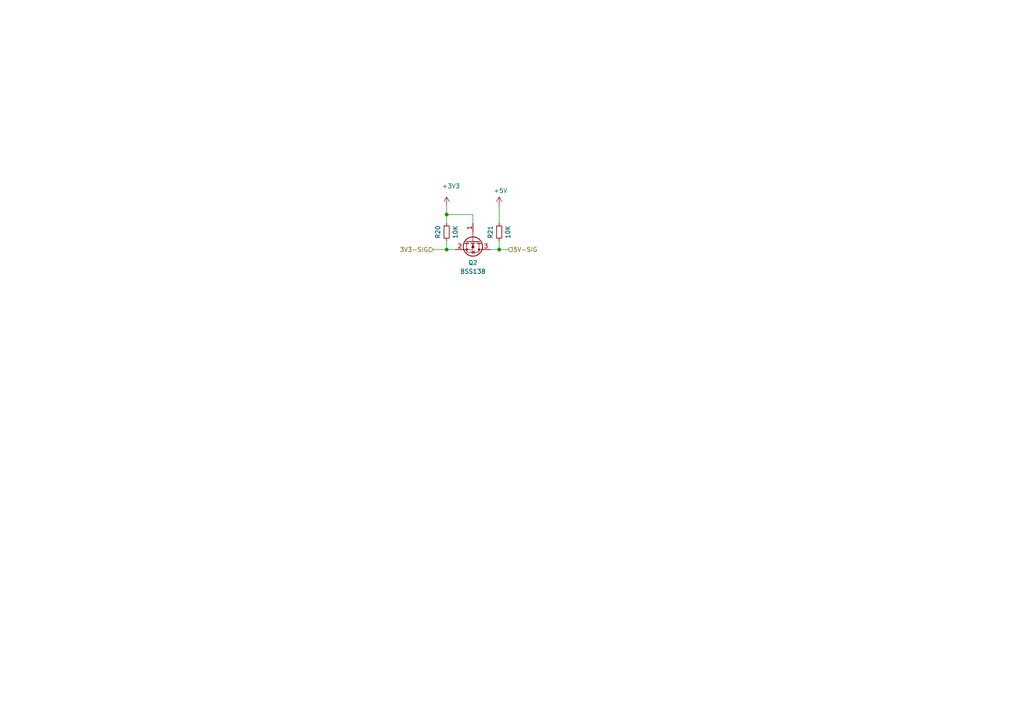
<source format=kicad_sch>
(kicad_sch (version 20231120) (generator "eeschema") (generator_version "8.0")
  (paper "A4")
  (lib_symbols
    (symbol "Device:R_Small" (pin_numbers hide) (pin_names (offset 0.254) hide)
      (property "Reference" "R" (at 0.762 0.508 0))
      (property "Value" "R_Small" (at 0.762 -1.016 0))
      (symbol "R_Small_0_1"
        (rectangle (start -0.762 1.778) (end 0.762 -1.778) (stroke (width 0.2032)))
      )
      (symbol "R_Small_1_1"
        (pin passive line (at 0 2.54 270) (length 0.762) (name "~") (number "1"))
        (pin passive line (at 0 -2.54 90) (length 0.762) (name "~") (number "2"))
      )
    )
    (symbol "Transistor_FET:BSS138" (pin_names hide)
      (property "Reference" "Q" (at 5.08 1.905 0))
      (property "Value" "BSS138" (at 5.08 0 0))
      (symbol "BSS138_0_1"
        (polyline (pts (xy 0.254 0) (xy -2.54 0)))
        (polyline (pts (xy 0.254 1.905) (xy 0.254 -1.905)) (stroke (width 0.254)))
        (polyline (pts (xy 0.762 -1.27) (xy 0.762 -2.286)) (stroke (width 0.254)))
        (polyline (pts (xy 0.762 0.508) (xy 0.762 -0.508)) (stroke (width 0.254)))
        (polyline (pts (xy 0.762 2.286) (xy 0.762 1.27)) (stroke (width 0.254)))
        (polyline (pts (xy 2.54 2.54) (xy 2.54 1.778)))
        (polyline (pts (xy 2.54 -2.54) (xy 2.54 0) (xy 0.762 0)))
        (polyline (pts (xy 0.762 -1.778) (xy 3.302 -1.778) (xy 3.302 1.778) (xy 0.762 1.778)))
        (polyline (pts (xy 1.016 0) (xy 2.032 0.381) (xy 2.032 -0.381) (xy 1.016 0)) (fill (type outline)))
        (polyline (pts (xy 2.794 0.508) (xy 2.921 0.381) (xy 3.683 0.381) (xy 3.81 0.254)))
        (polyline (pts (xy 3.302 0.381) (xy 2.921 -0.254) (xy 3.683 -0.254) (xy 3.302 0.381)))
        (circle (center 1.651 0) (radius 2.794) (stroke (width 0.254)))
        (circle (center 2.54 -1.778) (radius 0.254) (fill (type outline)))
        (circle (center 2.54 1.778) (radius 0.254) (fill (type outline)))
      )
      (symbol "BSS138_1_1"
        (pin input line (at -5.08 0 0) (length 2.54) (name "G") (number "1"))
        (pin passive line (at 2.54 -5.08 90) (length 2.54) (name "S") (number "2"))
        (pin passive line (at 2.54 5.08 270) (length 2.54) (name "D") (number "3"))
      )
    )
    (symbol "power:+3.3V" (power) (pin_names (offset 0))
      (property "Value" "+3.3V" (at 0 3.556 0))
      (symbol "+3.3V_0_1"
        (polyline (pts (xy -0.762 1.27) (xy 0 2.54)))
        (polyline (pts (xy 0 0) (xy 0 2.54)))
        (polyline (pts (xy 0 2.54) (xy 0.762 1.27)))
      )
      (symbol "+3.3V_1_1"
        (pin power_in line (at 0 0 90) (length 0) hide (name "+3V3") (number "1"))
      )
    )
    (symbol "power:+5V" (power) (pin_names (offset 0))
      (property "Value" "+5V" (at 0 3.556 0))
      (symbol "+5V_0_1"
        (polyline (pts (xy -0.762 1.27) (xy 0 2.54)))
        (polyline (pts (xy 0 0) (xy 0 2.54)))
        (polyline (pts (xy 0 2.54) (xy 0.762 1.27)))
      )
      (symbol "+5V_1_1"
        (pin power_in line (at 0 0 90) (length 0) hide (name "+5V") (number "1"))
      )
    )
  )
  (junction (at 129.54 62.23))
  (junction (at 144.78 72.39))
  (junction (at 129.54 72.39))
  (wire (pts (xy 144.78 72.39) (xy 144.78 69.85)))
  (wire (pts (xy 129.54 59.69) (xy 129.54 62.23)))
  (wire (pts (xy 129.54 62.23) (xy 129.54 64.77)))
  (wire (pts (xy 144.78 72.39) (xy 147.32 72.39)))
  (wire (pts (xy 137.16 64.77) (xy 137.16 62.23)))
  (wire (pts (xy 137.16 62.23) (xy 129.54 62.23)))
  (wire (pts (xy 144.78 59.69) (xy 144.78 64.77)))
  (wire (pts (xy 129.54 72.39) (xy 129.54 69.85)))
  (wire (pts (xy 142.24 72.39) (xy 144.78 72.39)))
  (wire (pts (xy 132.08 72.39) (xy 129.54 72.39)))
  (wire (pts (xy 125.73 72.39) (xy 129.54 72.39)))
  (hierarchical_label "5V-SIG" (shape input) (at 147.32 72.39 0))
  (hierarchical_label "3V3-SIG" (shape input) (at 125.73 72.39 180))
  (symbol (lib_id "Device:R_Small") (at 129.54 67.31 180) (unit 1)
    (property "Reference" "R20" (at 127 67.31 90))
    (property "Value" "10K" (at 132.08 67.31 90))
    (property "Footprint" "Resistor_SMD:R_0603_1608Metric_Pad0.98x0.95mm_HandSolder" (effects (hide yes)))
    (property "LCSC" "C11702" (effects (hide yes)))
    (instances (project "Thinkpad-USB-keyboard-PCB" (path "" (reference "R20") (unit 1)) (path "" (reference "R4") (unit 1)) (path "" (reference "R22") (unit 1))))
  )
  (symbol (lib_id "power:+3.3V") (at 129.54 59.69 0) (unit 1)
    (property "Reference" "#PWR0112" (effects (hide yes)))
    (property "Value" "+3V3" (at 130.81 53.975 0))
    (instances (project "Thinkpad-USB-keyboard-PCB" (path "" (reference "#PWR0112") (unit 1)) (path "" (reference "#PWR060") (unit 1)) (path "" (reference "#PWR0114") (unit 1))))
  )
  (symbol (lib_id "power:+5V") (at 144.78 59.69 0) (unit 1)
    (property "Reference" "#PWR0113" (effects (hide yes)))
    (property "Value" "+5V" (at 145.161 55.2958 0))
    (instances (project "Thinkpad-USB-keyboard-PCB" (path "" (reference "#PWR0113") (unit 1)) (path "" (reference "#PWR061") (unit 1)) (path "" (reference "#PWR0116") (unit 1))))
  )
  (symbol (lib_id "Device:R_Small") (at 144.78 67.31 180) (unit 1)
    (property "Reference" "R21" (at 142.24 67.31 90))
    (property "Value" "10K" (at 147.32 67.31 90))
    (property "Footprint" "Resistor_SMD:R_0603_1608Metric_Pad0.98x0.95mm_HandSolder" (effects (hide yes)))
    (property "LCSC" "C11702" (effects (hide yes)))
    (instances (project "Thinkpad-USB-keyboard-PCB" (path "" (reference "R21") (unit 1)) (path "" (reference "R11") (unit 1)) (path "" (reference "R23") (unit 1))))
  )
  (symbol (lib_id "Transistor_FET:BSS138") (at 137.16 69.85 270) (unit 1)
    (property "Reference" "Q2" (at 137.16 76.2 90))
    (property "Value" "BSS138" (at 137.16 78.74 90))
    (property "Footprint" "Package_TO_SOT_SMD:SOT-23" (effects (hide yes)))
    (property "Datasheet" "https://www.onsemi.com/pub/Collateral/BSS138-D.PDF" (effects (hide yes)))
    (instances (project "Thinkpad-USB-keyboard-PCB" (path "" (reference "Q2") (unit 1)) (path "" (reference "Q1") (unit 1)) (path "" (reference "Q3") (unit 1))))
  )
)
</source>
